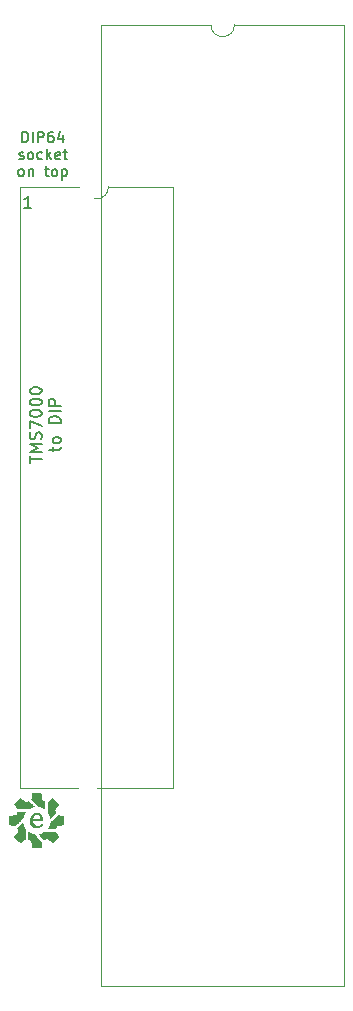
<source format=gto>
G04 #@! TF.GenerationSoftware,KiCad,Pcbnew,(6.0.0)*
G04 #@! TF.CreationDate,2023-01-29T20:39:39-05:00*
G04 #@! TF.ProjectId,tms7000 64 pin adapter,746d7337-3030-4302-9036-342070696e20,rev?*
G04 #@! TF.SameCoordinates,Original*
G04 #@! TF.FileFunction,Legend,Top*
G04 #@! TF.FilePolarity,Positive*
%FSLAX46Y46*%
G04 Gerber Fmt 4.6, Leading zero omitted, Abs format (unit mm)*
G04 Created by KiCad (PCBNEW (6.0.0)) date 2023-01-29 20:39:39*
%MOMM*%
%LPD*%
G01*
G04 APERTURE LIST*
%ADD10C,0.150000*%
%ADD11C,0.130000*%
%ADD12C,0.120000*%
%ADD13R,1.600000X1.600000*%
%ADD14O,1.600000X1.600000*%
G04 APERTURE END LIST*
D10*
X117519380Y-74866095D02*
X117519380Y-74294666D01*
X118519380Y-74580380D02*
X117519380Y-74580380D01*
X118519380Y-73961333D02*
X117519380Y-73961333D01*
X118233666Y-73628000D01*
X117519380Y-73294666D01*
X118519380Y-73294666D01*
X118471761Y-72866095D02*
X118519380Y-72723238D01*
X118519380Y-72485142D01*
X118471761Y-72389904D01*
X118424142Y-72342285D01*
X118328904Y-72294666D01*
X118233666Y-72294666D01*
X118138428Y-72342285D01*
X118090809Y-72389904D01*
X118043190Y-72485142D01*
X117995571Y-72675619D01*
X117947952Y-72770857D01*
X117900333Y-72818476D01*
X117805095Y-72866095D01*
X117709857Y-72866095D01*
X117614619Y-72818476D01*
X117567000Y-72770857D01*
X117519380Y-72675619D01*
X117519380Y-72437523D01*
X117567000Y-72294666D01*
X117519380Y-71961333D02*
X117519380Y-71294666D01*
X118519380Y-71723238D01*
X117519380Y-70723238D02*
X117519380Y-70628000D01*
X117567000Y-70532761D01*
X117614619Y-70485142D01*
X117709857Y-70437523D01*
X117900333Y-70389904D01*
X118138428Y-70389904D01*
X118328904Y-70437523D01*
X118424142Y-70485142D01*
X118471761Y-70532761D01*
X118519380Y-70628000D01*
X118519380Y-70723238D01*
X118471761Y-70818476D01*
X118424142Y-70866095D01*
X118328904Y-70913714D01*
X118138428Y-70961333D01*
X117900333Y-70961333D01*
X117709857Y-70913714D01*
X117614619Y-70866095D01*
X117567000Y-70818476D01*
X117519380Y-70723238D01*
X117519380Y-69770857D02*
X117519380Y-69675619D01*
X117567000Y-69580380D01*
X117614619Y-69532761D01*
X117709857Y-69485142D01*
X117900333Y-69437523D01*
X118138428Y-69437523D01*
X118328904Y-69485142D01*
X118424142Y-69532761D01*
X118471761Y-69580380D01*
X118519380Y-69675619D01*
X118519380Y-69770857D01*
X118471761Y-69866095D01*
X118424142Y-69913714D01*
X118328904Y-69961333D01*
X118138428Y-70008952D01*
X117900333Y-70008952D01*
X117709857Y-69961333D01*
X117614619Y-69913714D01*
X117567000Y-69866095D01*
X117519380Y-69770857D01*
X117519380Y-68818476D02*
X117519380Y-68723238D01*
X117567000Y-68628000D01*
X117614619Y-68580380D01*
X117709857Y-68532761D01*
X117900333Y-68485142D01*
X118138428Y-68485142D01*
X118328904Y-68532761D01*
X118424142Y-68580380D01*
X118471761Y-68628000D01*
X118519380Y-68723238D01*
X118519380Y-68818476D01*
X118471761Y-68913714D01*
X118424142Y-68961333D01*
X118328904Y-69008952D01*
X118138428Y-69056571D01*
X117900333Y-69056571D01*
X117709857Y-69008952D01*
X117614619Y-68961333D01*
X117567000Y-68913714D01*
X117519380Y-68818476D01*
X119462714Y-73889904D02*
X119462714Y-73508952D01*
X119129380Y-73747047D02*
X119986523Y-73747047D01*
X120081761Y-73699428D01*
X120129380Y-73604190D01*
X120129380Y-73508952D01*
X120129380Y-73032761D02*
X120081761Y-73128000D01*
X120034142Y-73175619D01*
X119938904Y-73223238D01*
X119653190Y-73223238D01*
X119557952Y-73175619D01*
X119510333Y-73128000D01*
X119462714Y-73032761D01*
X119462714Y-72889904D01*
X119510333Y-72794666D01*
X119557952Y-72747047D01*
X119653190Y-72699428D01*
X119938904Y-72699428D01*
X120034142Y-72747047D01*
X120081761Y-72794666D01*
X120129380Y-72889904D01*
X120129380Y-73032761D01*
X120129380Y-71508952D02*
X119129380Y-71508952D01*
X119129380Y-71270857D01*
X119177000Y-71128000D01*
X119272238Y-71032761D01*
X119367476Y-70985142D01*
X119557952Y-70937523D01*
X119700809Y-70937523D01*
X119891285Y-70985142D01*
X119986523Y-71032761D01*
X120081761Y-71128000D01*
X120129380Y-71270857D01*
X120129380Y-71508952D01*
X120129380Y-70508952D02*
X119129380Y-70508952D01*
X120129380Y-70032761D02*
X119129380Y-70032761D01*
X119129380Y-69651809D01*
X119177000Y-69556571D01*
X119224619Y-69508952D01*
X119319857Y-69461333D01*
X119462714Y-69461333D01*
X119557952Y-69508952D01*
X119605571Y-69556571D01*
X119653190Y-69651809D01*
X119653190Y-70032761D01*
D11*
X116860857Y-47726142D02*
X116860857Y-46826142D01*
X117075142Y-46826142D01*
X117203714Y-46869000D01*
X117289428Y-46954714D01*
X117332285Y-47040428D01*
X117375142Y-47211857D01*
X117375142Y-47340428D01*
X117332285Y-47511857D01*
X117289428Y-47597571D01*
X117203714Y-47683285D01*
X117075142Y-47726142D01*
X116860857Y-47726142D01*
X117760857Y-47726142D02*
X117760857Y-46826142D01*
X118189428Y-47726142D02*
X118189428Y-46826142D01*
X118532285Y-46826142D01*
X118618000Y-46869000D01*
X118660857Y-46911857D01*
X118703714Y-46997571D01*
X118703714Y-47126142D01*
X118660857Y-47211857D01*
X118618000Y-47254714D01*
X118532285Y-47297571D01*
X118189428Y-47297571D01*
X119475142Y-46826142D02*
X119303714Y-46826142D01*
X119218000Y-46869000D01*
X119175142Y-46911857D01*
X119089428Y-47040428D01*
X119046571Y-47211857D01*
X119046571Y-47554714D01*
X119089428Y-47640428D01*
X119132285Y-47683285D01*
X119218000Y-47726142D01*
X119389428Y-47726142D01*
X119475142Y-47683285D01*
X119518000Y-47640428D01*
X119560857Y-47554714D01*
X119560857Y-47340428D01*
X119518000Y-47254714D01*
X119475142Y-47211857D01*
X119389428Y-47169000D01*
X119218000Y-47169000D01*
X119132285Y-47211857D01*
X119089428Y-47254714D01*
X119046571Y-47340428D01*
X120332285Y-47126142D02*
X120332285Y-47726142D01*
X120118000Y-46783285D02*
X119903714Y-47426142D01*
X120460857Y-47426142D01*
X116625142Y-49132285D02*
X116710857Y-49175142D01*
X116882285Y-49175142D01*
X116968000Y-49132285D01*
X117010857Y-49046571D01*
X117010857Y-49003714D01*
X116968000Y-48918000D01*
X116882285Y-48875142D01*
X116753714Y-48875142D01*
X116668000Y-48832285D01*
X116625142Y-48746571D01*
X116625142Y-48703714D01*
X116668000Y-48618000D01*
X116753714Y-48575142D01*
X116882285Y-48575142D01*
X116968000Y-48618000D01*
X117525142Y-49175142D02*
X117439428Y-49132285D01*
X117396571Y-49089428D01*
X117353714Y-49003714D01*
X117353714Y-48746571D01*
X117396571Y-48660857D01*
X117439428Y-48618000D01*
X117525142Y-48575142D01*
X117653714Y-48575142D01*
X117739428Y-48618000D01*
X117782285Y-48660857D01*
X117825142Y-48746571D01*
X117825142Y-49003714D01*
X117782285Y-49089428D01*
X117739428Y-49132285D01*
X117653714Y-49175142D01*
X117525142Y-49175142D01*
X118596571Y-49132285D02*
X118510857Y-49175142D01*
X118339428Y-49175142D01*
X118253714Y-49132285D01*
X118210857Y-49089428D01*
X118168000Y-49003714D01*
X118168000Y-48746571D01*
X118210857Y-48660857D01*
X118253714Y-48618000D01*
X118339428Y-48575142D01*
X118510857Y-48575142D01*
X118596571Y-48618000D01*
X118982285Y-49175142D02*
X118982285Y-48275142D01*
X119068000Y-48832285D02*
X119325142Y-49175142D01*
X119325142Y-48575142D02*
X118982285Y-48918000D01*
X120053714Y-49132285D02*
X119968000Y-49175142D01*
X119796571Y-49175142D01*
X119710857Y-49132285D01*
X119668000Y-49046571D01*
X119668000Y-48703714D01*
X119710857Y-48618000D01*
X119796571Y-48575142D01*
X119968000Y-48575142D01*
X120053714Y-48618000D01*
X120096571Y-48703714D01*
X120096571Y-48789428D01*
X119668000Y-48875142D01*
X120353714Y-48575142D02*
X120696571Y-48575142D01*
X120482285Y-48275142D02*
X120482285Y-49046571D01*
X120525142Y-49132285D01*
X120610857Y-49175142D01*
X120696571Y-49175142D01*
X116732285Y-50624142D02*
X116646571Y-50581285D01*
X116603714Y-50538428D01*
X116560857Y-50452714D01*
X116560857Y-50195571D01*
X116603714Y-50109857D01*
X116646571Y-50067000D01*
X116732285Y-50024142D01*
X116860857Y-50024142D01*
X116946571Y-50067000D01*
X116989428Y-50109857D01*
X117032285Y-50195571D01*
X117032285Y-50452714D01*
X116989428Y-50538428D01*
X116946571Y-50581285D01*
X116860857Y-50624142D01*
X116732285Y-50624142D01*
X117418000Y-50024142D02*
X117418000Y-50624142D01*
X117418000Y-50109857D02*
X117460857Y-50067000D01*
X117546571Y-50024142D01*
X117675142Y-50024142D01*
X117760857Y-50067000D01*
X117803714Y-50152714D01*
X117803714Y-50624142D01*
X118789428Y-50024142D02*
X119132285Y-50024142D01*
X118918000Y-49724142D02*
X118918000Y-50495571D01*
X118960857Y-50581285D01*
X119046571Y-50624142D01*
X119132285Y-50624142D01*
X119560857Y-50624142D02*
X119475142Y-50581285D01*
X119432285Y-50538428D01*
X119389428Y-50452714D01*
X119389428Y-50195571D01*
X119432285Y-50109857D01*
X119475142Y-50067000D01*
X119560857Y-50024142D01*
X119689428Y-50024142D01*
X119775142Y-50067000D01*
X119818000Y-50109857D01*
X119860857Y-50195571D01*
X119860857Y-50452714D01*
X119818000Y-50538428D01*
X119775142Y-50581285D01*
X119689428Y-50624142D01*
X119560857Y-50624142D01*
X120246571Y-50024142D02*
X120246571Y-50924142D01*
X120246571Y-50067000D02*
X120332285Y-50024142D01*
X120503714Y-50024142D01*
X120589428Y-50067000D01*
X120632285Y-50109857D01*
X120675142Y-50195571D01*
X120675142Y-50452714D01*
X120632285Y-50538428D01*
X120589428Y-50581285D01*
X120503714Y-50624142D01*
X120332285Y-50624142D01*
X120246571Y-50581285D01*
D10*
X117633714Y-53284380D02*
X117062285Y-53284380D01*
X117348000Y-53284380D02*
X117348000Y-52284380D01*
X117252761Y-52427238D01*
X117157523Y-52522476D01*
X117062285Y-52570095D01*
D12*
X129645000Y-51507000D02*
X124185000Y-51507000D01*
X122185000Y-51507000D02*
X116725000Y-51507000D01*
X116725000Y-51507000D02*
X116725000Y-102427000D01*
X116725000Y-102427000D02*
X129645000Y-102427000D01*
X129645000Y-102427000D02*
X129645000Y-51507000D01*
X122185000Y-51507000D02*
G75*
G03*
X124185000Y-51507000I1000000J0D01*
G01*
G36*
X117412492Y-106081189D02*
G01*
X117434321Y-106096119D01*
X117461311Y-106114838D01*
X117463796Y-106116574D01*
X117532943Y-106160323D01*
X117610439Y-106201821D01*
X117687436Y-106236426D01*
X117706343Y-106243745D01*
X117742061Y-106256119D01*
X117783303Y-106268990D01*
X117825759Y-106281177D01*
X117865119Y-106291502D01*
X117897073Y-106298782D01*
X117917311Y-106301837D01*
X117918532Y-106301865D01*
X117927124Y-106307842D01*
X117946736Y-106325008D01*
X117976174Y-106352216D01*
X118014240Y-106388318D01*
X118059740Y-106432168D01*
X118111477Y-106482618D01*
X118168255Y-106538520D01*
X118228880Y-106598728D01*
X118251620Y-106621441D01*
X118571108Y-106941016D01*
X118565761Y-106988204D01*
X118562565Y-107016214D01*
X118558018Y-107055812D01*
X118552772Y-107101338D01*
X118548354Y-107139562D01*
X118542285Y-107193271D01*
X118535764Y-107253060D01*
X118529756Y-107309977D01*
X118526782Y-107339220D01*
X118522394Y-107381885D01*
X118518078Y-107421518D01*
X118514417Y-107452867D01*
X118512529Y-107467261D01*
X118507791Y-107499814D01*
X117720891Y-107499814D01*
X117716152Y-107467261D01*
X117713318Y-107445030D01*
X117709415Y-107410768D01*
X117705027Y-107369727D01*
X117701925Y-107339220D01*
X117696532Y-107287312D01*
X117689977Y-107227664D01*
X117683313Y-107169753D01*
X117680207Y-107143902D01*
X117674408Y-107093843D01*
X117668754Y-107040369D01*
X117664060Y-106991404D01*
X117662034Y-106967362D01*
X117658244Y-106931393D01*
X117653417Y-106904247D01*
X117648264Y-106889545D01*
X117646493Y-106888004D01*
X117620768Y-106880254D01*
X117584974Y-106868632D01*
X117543887Y-106854787D01*
X117502284Y-106840363D01*
X117464942Y-106827008D01*
X117436637Y-106816367D01*
X117426388Y-106812151D01*
X117389495Y-106795858D01*
X117389495Y-106431158D01*
X117389591Y-106339036D01*
X117389906Y-106263002D01*
X117390478Y-106201781D01*
X117391346Y-106154100D01*
X117392548Y-106118686D01*
X117394123Y-106094265D01*
X117396110Y-106079565D01*
X117398546Y-106073310D01*
X117400346Y-106073143D01*
X117412492Y-106081189D01*
G37*
G36*
X119938143Y-104708576D02*
G01*
X119967968Y-104711882D01*
X120009141Y-104716542D01*
X120055770Y-104721885D01*
X120093562Y-104726261D01*
X120147268Y-104732358D01*
X120207055Y-104738902D01*
X120263969Y-104744922D01*
X120293220Y-104747900D01*
X120335885Y-104752287D01*
X120375518Y-104756603D01*
X120406867Y-104760265D01*
X120421261Y-104762152D01*
X120453814Y-104766891D01*
X120453814Y-105553791D01*
X120421261Y-105558529D01*
X120399030Y-105561364D01*
X120364768Y-105565266D01*
X120323727Y-105569654D01*
X120293220Y-105572757D01*
X120241312Y-105578149D01*
X120181664Y-105584705D01*
X120123753Y-105591369D01*
X120097902Y-105594475D01*
X120047843Y-105600273D01*
X119994369Y-105605928D01*
X119945404Y-105610622D01*
X119921362Y-105612648D01*
X119885411Y-105616436D01*
X119858259Y-105621262D01*
X119843536Y-105626413D01*
X119841983Y-105628188D01*
X119832236Y-105660643D01*
X119818543Y-105702966D01*
X119803054Y-105748770D01*
X119787917Y-105791666D01*
X119778156Y-105817911D01*
X119755603Y-105876506D01*
X119392884Y-105876506D01*
X119315427Y-105876415D01*
X119243625Y-105876156D01*
X119179278Y-105875748D01*
X119124183Y-105875211D01*
X119080137Y-105874563D01*
X119048940Y-105873825D01*
X119032387Y-105873016D01*
X119030164Y-105872582D01*
X119034786Y-105864113D01*
X119047032Y-105845212D01*
X119064474Y-105819602D01*
X119068742Y-105813471D01*
X119114905Y-105740605D01*
X119157866Y-105660100D01*
X119193020Y-105580711D01*
X119197745Y-105568338D01*
X119211314Y-105529143D01*
X119224879Y-105485289D01*
X119237274Y-105441114D01*
X119247337Y-105400955D01*
X119253903Y-105369149D01*
X119255865Y-105351809D01*
X119262001Y-105340983D01*
X119280443Y-105318569D01*
X119311242Y-105284513D01*
X119354450Y-105238761D01*
X119410118Y-105181258D01*
X119478298Y-105111950D01*
X119559041Y-105030783D01*
X119571379Y-105018442D01*
X119886894Y-104703016D01*
X119938143Y-104708576D01*
G37*
G36*
X116796039Y-103270436D02*
G01*
X116817745Y-103287380D01*
X116849924Y-103312852D01*
X116889637Y-103344493D01*
X116933947Y-103379943D01*
X116979915Y-103416845D01*
X117024603Y-103452837D01*
X117065074Y-103485561D01*
X117098389Y-103512657D01*
X117121609Y-103531766D01*
X117124660Y-103534318D01*
X117141377Y-103547992D01*
X117165250Y-103567099D01*
X117180881Y-103579454D01*
X117219670Y-103609942D01*
X117280710Y-103576960D01*
X117320563Y-103556444D01*
X117366624Y-103534224D01*
X117408994Y-103515075D01*
X117409406Y-103514898D01*
X117477062Y-103485817D01*
X117732765Y-103741411D01*
X117787525Y-103796287D01*
X117838271Y-103847411D01*
X117883723Y-103893474D01*
X117922603Y-103933168D01*
X117953632Y-103965185D01*
X117975533Y-103988216D01*
X117987025Y-104000953D01*
X117988469Y-104003038D01*
X117980716Y-104007601D01*
X117960983Y-104012453D01*
X117947235Y-104014664D01*
X117911307Y-104021141D01*
X117864734Y-104031772D01*
X117813279Y-104045030D01*
X117762702Y-104059387D01*
X117718765Y-104073316D01*
X117698640Y-104080578D01*
X117646897Y-104102823D01*
X117589151Y-104131198D01*
X117533039Y-104161761D01*
X117488425Y-104189083D01*
X117444123Y-104218475D01*
X116523412Y-104218475D01*
X116509990Y-104197991D01*
X116495597Y-104178040D01*
X116484957Y-104165438D01*
X116475649Y-104154665D01*
X116457724Y-104133006D01*
X116433383Y-104103155D01*
X116404828Y-104067803D01*
X116389895Y-104049199D01*
X116356581Y-104007657D01*
X116323064Y-103965937D01*
X116292702Y-103928214D01*
X116268853Y-103898662D01*
X116263627Y-103892208D01*
X116240144Y-103862827D01*
X116218527Y-103835078D01*
X116203185Y-103814627D01*
X116202374Y-103813494D01*
X116183937Y-103787602D01*
X116742775Y-103229540D01*
X116796039Y-103270436D01*
G37*
G36*
X118512529Y-102853420D02*
G01*
X118515364Y-102875651D01*
X118519266Y-102909914D01*
X118523654Y-102950954D01*
X118526757Y-102981462D01*
X118532149Y-103033369D01*
X118538705Y-103093018D01*
X118545369Y-103150929D01*
X118548475Y-103176780D01*
X118554273Y-103226838D01*
X118559928Y-103280312D01*
X118564622Y-103329277D01*
X118566648Y-103353320D01*
X118570438Y-103389289D01*
X118575264Y-103416435D01*
X118580418Y-103431136D01*
X118582188Y-103432677D01*
X118607913Y-103440428D01*
X118643708Y-103452049D01*
X118684794Y-103465895D01*
X118726397Y-103480318D01*
X118763739Y-103493674D01*
X118792044Y-103504315D01*
X118802294Y-103508531D01*
X118839187Y-103524824D01*
X118839187Y-103889011D01*
X118839137Y-103966622D01*
X118838994Y-104038574D01*
X118838770Y-104103074D01*
X118838473Y-104158329D01*
X118838117Y-104202546D01*
X118837710Y-104233930D01*
X118837264Y-104250690D01*
X118837017Y-104253030D01*
X118829435Y-104248347D01*
X118810792Y-104235881D01*
X118784270Y-104217776D01*
X118765400Y-104204755D01*
X118649310Y-104134675D01*
X118523706Y-104078275D01*
X118390993Y-104036608D01*
X118370424Y-104031648D01*
X118305318Y-104016563D01*
X117981944Y-103694359D01*
X117658569Y-103372154D01*
X117663419Y-103328722D01*
X117666397Y-103302377D01*
X117670754Y-103264232D01*
X117675868Y-103219732D01*
X117680327Y-103181120D01*
X117686396Y-103127411D01*
X117692918Y-103067621D01*
X117698925Y-103010705D01*
X117701900Y-102981462D01*
X117706287Y-102938796D01*
X117710603Y-102899163D01*
X117714265Y-102867815D01*
X117716152Y-102853420D01*
X117720891Y-102820867D01*
X118507791Y-102820867D01*
X118512529Y-102853420D01*
G37*
G36*
X119248051Y-106093937D02*
G01*
X119694245Y-106094347D01*
X119733309Y-106143643D01*
X119754961Y-106170886D01*
X119774167Y-106194910D01*
X119786763Y-106210508D01*
X119797877Y-106224210D01*
X119817148Y-106248100D01*
X119842640Y-106279769D01*
X119872418Y-106316806D01*
X119904547Y-106356801D01*
X119937093Y-106397344D01*
X119968121Y-106436025D01*
X119995696Y-106470434D01*
X120017883Y-106498160D01*
X120032746Y-106516794D01*
X120038157Y-106523656D01*
X120033764Y-106531835D01*
X120017643Y-106551309D01*
X119990534Y-106581294D01*
X119953179Y-106621004D01*
X119906320Y-106669655D01*
X119850697Y-106726463D01*
X119787053Y-106790643D01*
X119765386Y-106812337D01*
X119485717Y-107091908D01*
X119333898Y-106969599D01*
X119288922Y-106933347D01*
X119247653Y-106900046D01*
X119212306Y-106871486D01*
X119185094Y-106849456D01*
X119168231Y-106835745D01*
X119164686Y-106832832D01*
X119150508Y-106821249D01*
X119126712Y-106802016D01*
X119097248Y-106778318D01*
X119079647Y-106764208D01*
X119012000Y-106710045D01*
X118936444Y-106748326D01*
X118896514Y-106768184D01*
X118855580Y-106787928D01*
X118820601Y-106804220D01*
X118810820Y-106808591D01*
X118760751Y-106830575D01*
X118504007Y-106574269D01*
X118449277Y-106519448D01*
X118398722Y-106468451D01*
X118353595Y-106422568D01*
X118315146Y-106383090D01*
X118284630Y-106351304D01*
X118263297Y-106328503D01*
X118252402Y-106315976D01*
X118251269Y-106313957D01*
X118261287Y-106310624D01*
X118283511Y-106305860D01*
X118310679Y-106301102D01*
X118439993Y-106271751D01*
X118567178Y-106225530D01*
X118691033Y-106162905D01*
X118735885Y-106135601D01*
X118801858Y-106093526D01*
X119248051Y-106093937D01*
G37*
G36*
X116962335Y-105302527D02*
G01*
X116967414Y-105321466D01*
X116968458Y-105327446D01*
X116996590Y-105459415D01*
X117038231Y-105585660D01*
X117092255Y-105703138D01*
X117134190Y-105774462D01*
X117172475Y-105833644D01*
X117172475Y-106742787D01*
X117143834Y-106767558D01*
X117118552Y-106788902D01*
X117089804Y-106812459D01*
X117080898Y-106819595D01*
X117063701Y-106833331D01*
X117035625Y-106855827D01*
X116999317Y-106884961D01*
X116957424Y-106918607D01*
X116912593Y-106954643D01*
X116903370Y-106962060D01*
X116860303Y-106996679D01*
X116821548Y-107027793D01*
X116789245Y-107053690D01*
X116765529Y-107072657D01*
X116752539Y-107082981D01*
X116751026Y-107084157D01*
X116742847Y-107079764D01*
X116723372Y-107063643D01*
X116693388Y-107036534D01*
X116653678Y-106999179D01*
X116605026Y-106952320D01*
X116548218Y-106896697D01*
X116484038Y-106833053D01*
X116462344Y-106811386D01*
X116182774Y-106531717D01*
X116305082Y-106379898D01*
X116341335Y-106334922D01*
X116374636Y-106293653D01*
X116403196Y-106258306D01*
X116425226Y-106231094D01*
X116438936Y-106214231D01*
X116441850Y-106210686D01*
X116453433Y-106196508D01*
X116472666Y-106172712D01*
X116496363Y-106143248D01*
X116510473Y-106125647D01*
X116564637Y-106058000D01*
X116526355Y-105982444D01*
X116506361Y-105942217D01*
X116486356Y-105900696D01*
X116469746Y-105864989D01*
X116465364Y-105855176D01*
X116442653Y-105803463D01*
X116696829Y-105549178D01*
X116751554Y-105494573D01*
X116802531Y-105443987D01*
X116848445Y-105398702D01*
X116887985Y-105359999D01*
X116919836Y-105329163D01*
X116942687Y-105307474D01*
X116955224Y-105296216D01*
X116957177Y-105294893D01*
X116962335Y-105302527D01*
G37*
G36*
X117595479Y-104833170D02*
G01*
X117640915Y-104754627D01*
X117700703Y-104680349D01*
X117719365Y-104660742D01*
X117792627Y-104595793D01*
X117870991Y-104545972D01*
X117958082Y-104509108D01*
X117988393Y-104499691D01*
X118026888Y-104489276D01*
X118058279Y-104482919D01*
X118088898Y-104479961D01*
X118125080Y-104479736D01*
X118165094Y-104481209D01*
X118241080Y-104488002D01*
X118306180Y-104501862D01*
X118366005Y-104524449D01*
X118426167Y-104557419D01*
X118429036Y-104559214D01*
X118494465Y-104610327D01*
X118550304Y-104674467D01*
X118594966Y-104749253D01*
X118626860Y-104832304D01*
X118636162Y-104869534D01*
X118642673Y-104912089D01*
X118646166Y-104960630D01*
X118646775Y-105010999D01*
X118644633Y-105059038D01*
X118639876Y-105100590D01*
X118632636Y-105131497D01*
X118627355Y-105142905D01*
X118613086Y-105164681D01*
X117814853Y-105164681D01*
X117815158Y-105201575D01*
X117823673Y-105284333D01*
X117847001Y-105361712D01*
X117883917Y-105431660D01*
X117933197Y-105492123D01*
X117993617Y-105541049D01*
X118029920Y-105561690D01*
X118058396Y-105575478D01*
X118080778Y-105584715D01*
X118101826Y-105590312D01*
X118126302Y-105593181D01*
X118158966Y-105594233D01*
X118200685Y-105594380D01*
X118246502Y-105594056D01*
X118279514Y-105592620D01*
X118304274Y-105589375D01*
X118325332Y-105583626D01*
X118347242Y-105574676D01*
X118356023Y-105570626D01*
X118392029Y-105550771D01*
X118433747Y-105523265D01*
X118475452Y-105492290D01*
X118511418Y-105462027D01*
X118530194Y-105443417D01*
X118547853Y-105429128D01*
X118566374Y-105427219D01*
X118589019Y-105438277D01*
X118614209Y-105458542D01*
X118651888Y-105491979D01*
X118621836Y-105541656D01*
X118563496Y-105622246D01*
X118494021Y-105690289D01*
X118414735Y-105744702D01*
X118326965Y-105784405D01*
X118322349Y-105785994D01*
X118286336Y-105797109D01*
X118252676Y-105804480D01*
X118215496Y-105808992D01*
X118168925Y-105811533D01*
X118149064Y-105812126D01*
X118103101Y-105812519D01*
X118058701Y-105811520D01*
X118021441Y-105809331D01*
X117999948Y-105806755D01*
X117928983Y-105788088D01*
X117855402Y-105758187D01*
X117786505Y-105720074D01*
X117779732Y-105715647D01*
X117710831Y-105659628D01*
X117652071Y-105590762D01*
X117604009Y-105510683D01*
X117567204Y-105421020D01*
X117542215Y-105323408D01*
X117529601Y-105219477D01*
X117529920Y-105110859D01*
X117540605Y-105017108D01*
X117542564Y-105008427D01*
X117814523Y-105008427D01*
X118051240Y-105008378D01*
X118117461Y-105008044D01*
X118178483Y-105007122D01*
X118231809Y-105005695D01*
X118274943Y-105003846D01*
X118305387Y-105001656D01*
X118319617Y-104999536D01*
X118351190Y-104984391D01*
X118371398Y-104958702D01*
X118381229Y-104920768D01*
X118382557Y-104891236D01*
X118373583Y-104829517D01*
X118348921Y-104772158D01*
X118310132Y-104721575D01*
X118258782Y-104680184D01*
X118238402Y-104668458D01*
X118193130Y-104652932D01*
X118139764Y-104647305D01*
X118084386Y-104651451D01*
X118033078Y-104665245D01*
X118015764Y-104673067D01*
X117958567Y-104711970D01*
X117908713Y-104764330D01*
X117868478Y-104826999D01*
X117840141Y-104896827D01*
X117832611Y-104926233D01*
X117826280Y-104955636D01*
X117820773Y-104980802D01*
X117818962Y-104988895D01*
X117814523Y-105008427D01*
X117542564Y-105008427D01*
X117562630Y-104919491D01*
X117595479Y-104833170D01*
G37*
G36*
X116935645Y-104435591D02*
G01*
X117011680Y-104435906D01*
X117072901Y-104436478D01*
X117120582Y-104437346D01*
X117155996Y-104438548D01*
X117180416Y-104440123D01*
X117195117Y-104442110D01*
X117201371Y-104444546D01*
X117201538Y-104446346D01*
X117193493Y-104458492D01*
X117178563Y-104480321D01*
X117159843Y-104507311D01*
X117158108Y-104509796D01*
X117114358Y-104578943D01*
X117072861Y-104656439D01*
X117038255Y-104733436D01*
X117030936Y-104752343D01*
X117018563Y-104788061D01*
X117005692Y-104829303D01*
X116993504Y-104871759D01*
X116983180Y-104911119D01*
X116975900Y-104943073D01*
X116972844Y-104963311D01*
X116972816Y-104964532D01*
X116966796Y-104974052D01*
X116949674Y-104994154D01*
X116922862Y-105023439D01*
X116887772Y-105060505D01*
X116845813Y-105103954D01*
X116798396Y-105152385D01*
X116746934Y-105204400D01*
X116692836Y-105258597D01*
X116637513Y-105313578D01*
X116582377Y-105367943D01*
X116528838Y-105420292D01*
X116478307Y-105469225D01*
X116432196Y-105513343D01*
X116391914Y-105551246D01*
X116358874Y-105581534D01*
X116334485Y-105602807D01*
X116320159Y-105613666D01*
X116317373Y-105614782D01*
X116295774Y-105612805D01*
X116274013Y-105610464D01*
X116196079Y-105601458D01*
X116132492Y-105594164D01*
X116080357Y-105588261D01*
X116036779Y-105583427D01*
X115998864Y-105579340D01*
X115963716Y-105575678D01*
X115935462Y-105572820D01*
X115892797Y-105568417D01*
X115853165Y-105564088D01*
X115821816Y-105560419D01*
X115807420Y-105558529D01*
X115774867Y-105553791D01*
X115774867Y-104766891D01*
X115807420Y-104762152D01*
X115829651Y-104759318D01*
X115863914Y-104755415D01*
X115904954Y-104751027D01*
X115935462Y-104747925D01*
X115987369Y-104742532D01*
X116047018Y-104735977D01*
X116104929Y-104729313D01*
X116130780Y-104726207D01*
X116180838Y-104720408D01*
X116234312Y-104714754D01*
X116283277Y-104710060D01*
X116307320Y-104708034D01*
X116343289Y-104704244D01*
X116370435Y-104699417D01*
X116385136Y-104694264D01*
X116386677Y-104692493D01*
X116394428Y-104666768D01*
X116406049Y-104630974D01*
X116419895Y-104589887D01*
X116434318Y-104548284D01*
X116447674Y-104510942D01*
X116458315Y-104482637D01*
X116462531Y-104472388D01*
X116478824Y-104435495D01*
X116843523Y-104435495D01*
X116935645Y-104435591D01*
G37*
G36*
X119765386Y-103508344D02*
G01*
X119831412Y-103574691D01*
X119889650Y-103633914D01*
X119939359Y-103685228D01*
X119979798Y-103727850D01*
X120010226Y-103760993D01*
X120029901Y-103783875D01*
X120038081Y-103795709D01*
X120038157Y-103797026D01*
X120030559Y-103806655D01*
X120014029Y-103827371D01*
X119990523Y-103856735D01*
X119961999Y-103892313D01*
X119930413Y-103931668D01*
X119897723Y-103972363D01*
X119865885Y-104011962D01*
X119836857Y-104048029D01*
X119812595Y-104078128D01*
X119795056Y-104099821D01*
X119786763Y-104109995D01*
X119775205Y-104124179D01*
X119755996Y-104147974D01*
X119732322Y-104177426D01*
X119718303Y-104194917D01*
X119664234Y-104262447D01*
X119710728Y-104355481D01*
X119730311Y-104395476D01*
X119748017Y-104433103D01*
X119761741Y-104463804D01*
X119768810Y-104481341D01*
X119780397Y-104514166D01*
X119529038Y-104765637D01*
X119474643Y-104819923D01*
X119424023Y-104870185D01*
X119378496Y-104915133D01*
X119339381Y-104953478D01*
X119307993Y-104983931D01*
X119285652Y-105005202D01*
X119273674Y-105016003D01*
X119272041Y-105017108D01*
X119264518Y-105010224D01*
X119261134Y-105003376D01*
X119256758Y-104983365D01*
X119255865Y-104970288D01*
X119253187Y-104948138D01*
X119245934Y-104913975D01*
X119235275Y-104872170D01*
X119222381Y-104827092D01*
X119208420Y-104783113D01*
X119197529Y-104752343D01*
X119167099Y-104678207D01*
X119133524Y-104611571D01*
X119093988Y-104545904D01*
X119056207Y-104487038D01*
X119056207Y-103577895D01*
X119084847Y-103553123D01*
X119110112Y-103531779D01*
X119138846Y-103508197D01*
X119147783Y-103501018D01*
X119164658Y-103487504D01*
X119192517Y-103465119D01*
X119228834Y-103435896D01*
X119271081Y-103401870D01*
X119316733Y-103365073D01*
X119333898Y-103351230D01*
X119485717Y-103228774D01*
X119765386Y-103508344D01*
G37*
X132858000Y-37786000D02*
X123588000Y-37786000D01*
X123588000Y-37786000D02*
X123588000Y-119186000D01*
X144128000Y-37786000D02*
X134858000Y-37786000D01*
X123588000Y-119186000D02*
X144128000Y-119186000D01*
X144128000Y-119186000D02*
X144128000Y-37786000D01*
X132858000Y-37786000D02*
G75*
G03*
X134858000Y-37786000I1000000J0D01*
G01*
%LPC*%
D13*
X115565000Y-52837000D03*
D14*
X115565000Y-55377000D03*
X115565000Y-57917000D03*
X115565000Y-60457000D03*
X115565000Y-62997000D03*
X115565000Y-65537000D03*
X115565000Y-68077000D03*
X115565000Y-70617000D03*
X115565000Y-73157000D03*
X115565000Y-75697000D03*
X115565000Y-78237000D03*
X115565000Y-80777000D03*
X115565000Y-83317000D03*
X115565000Y-85857000D03*
X115565000Y-88397000D03*
X115565000Y-90937000D03*
X115565000Y-93477000D03*
X115565000Y-96017000D03*
X115565000Y-98557000D03*
X115565000Y-101097000D03*
X130805000Y-101097000D03*
X130805000Y-98557000D03*
X130805000Y-96017000D03*
X130805000Y-93477000D03*
X130805000Y-90937000D03*
X130805000Y-88397000D03*
X130805000Y-85857000D03*
X130805000Y-83317000D03*
X130805000Y-80777000D03*
X130805000Y-78237000D03*
X130805000Y-75697000D03*
X130805000Y-73157000D03*
X130805000Y-70617000D03*
X130805000Y-68077000D03*
X130805000Y-65537000D03*
X130805000Y-62997000D03*
X130805000Y-60457000D03*
X130805000Y-57917000D03*
X130805000Y-55377000D03*
X130805000Y-52837000D03*
D13*
X122428000Y-39116000D03*
D14*
X122428000Y-41656000D03*
X122428000Y-44196000D03*
X122428000Y-46736000D03*
X122428000Y-49276000D03*
X122428000Y-51816000D03*
X122428000Y-54356000D03*
X122428000Y-56896000D03*
X122428000Y-59436000D03*
X122428000Y-61976000D03*
X122428000Y-64516000D03*
X122428000Y-67056000D03*
X122428000Y-69596000D03*
X122428000Y-72136000D03*
X122428000Y-74676000D03*
X122428000Y-77216000D03*
X122428000Y-79756000D03*
X122428000Y-82296000D03*
X122428000Y-84836000D03*
X122428000Y-87376000D03*
X122428000Y-89916000D03*
X122428000Y-92456000D03*
X122428000Y-94996000D03*
X122428000Y-97536000D03*
X122428000Y-100076000D03*
X122428000Y-102616000D03*
X122428000Y-105156000D03*
X122428000Y-107696000D03*
X122428000Y-110236000D03*
X122428000Y-112776000D03*
X122428000Y-115316000D03*
X122428000Y-117856000D03*
X145288000Y-117856000D03*
X145288000Y-115316000D03*
X145288000Y-112776000D03*
X145288000Y-110236000D03*
X145288000Y-107696000D03*
X145288000Y-105156000D03*
X145288000Y-102616000D03*
X145288000Y-100076000D03*
X145288000Y-97536000D03*
X145288000Y-94996000D03*
X145288000Y-92456000D03*
X145288000Y-89916000D03*
X145288000Y-87376000D03*
X145288000Y-84836000D03*
X145288000Y-82296000D03*
X145288000Y-79756000D03*
X145288000Y-77216000D03*
X145288000Y-74676000D03*
X145288000Y-72136000D03*
X145288000Y-69596000D03*
X145288000Y-67056000D03*
X145288000Y-64516000D03*
X145288000Y-61976000D03*
X145288000Y-59436000D03*
X145288000Y-56896000D03*
X145288000Y-54356000D03*
X145288000Y-51816000D03*
X145288000Y-49276000D03*
X145288000Y-46736000D03*
X145288000Y-44196000D03*
X145288000Y-41656000D03*
X145288000Y-39116000D03*
M02*

</source>
